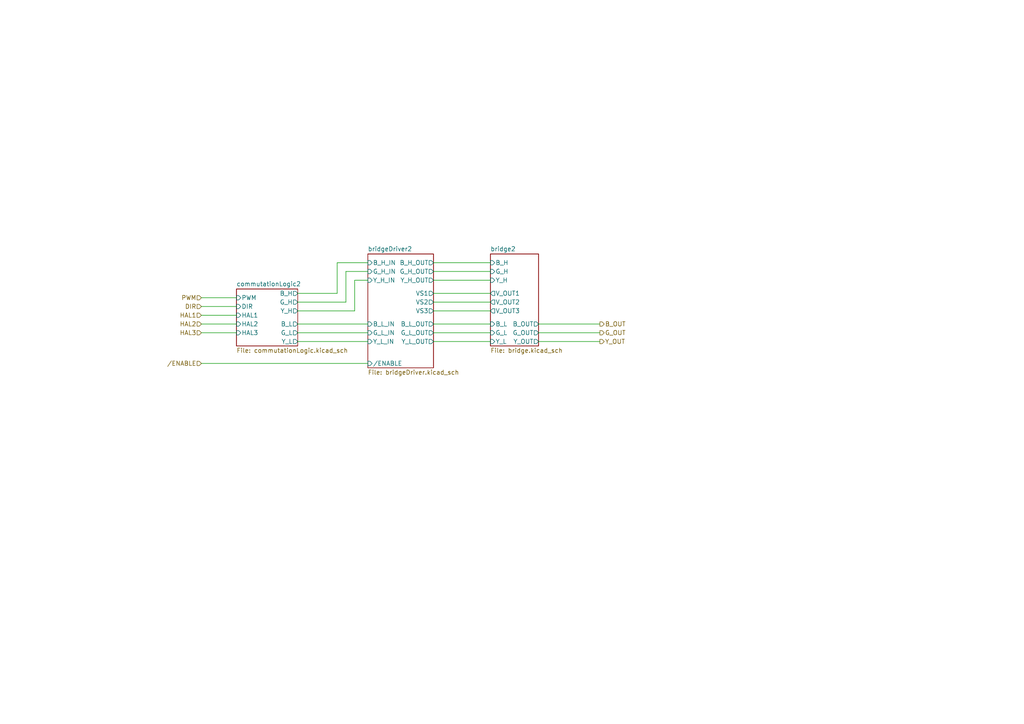
<source format=kicad_sch>
(kicad_sch (version 20230121) (generator eeschema)

  (uuid 399ccabe-3e88-457d-a494-229a3dc30c59)

  (paper "A4")

  (lib_symbols
  )


  (wire (pts (xy 125.73 99.06) (xy 142.24 99.06))
    (stroke (width 0) (type default))
    (uuid 0591ed0f-8995-47ac-84fb-5d021a099234)
  )
  (wire (pts (xy 156.21 99.06) (xy 173.99 99.06))
    (stroke (width 0) (type default))
    (uuid 11a70177-d250-4240-be61-1ba446b14335)
  )
  (wire (pts (xy 125.73 85.09) (xy 142.24 85.09))
    (stroke (width 0) (type default))
    (uuid 1273bbcf-04c1-4666-9890-d901373ba1ef)
  )
  (wire (pts (xy 86.36 90.17) (xy 102.87 90.17))
    (stroke (width 0) (type default))
    (uuid 1fe6c3ec-a089-44f6-9341-86bbeaff9835)
  )
  (wire (pts (xy 156.21 93.98) (xy 173.99 93.98))
    (stroke (width 0) (type default))
    (uuid 234443d4-072d-4e23-9ee7-6ace9497c66f)
  )
  (wire (pts (xy 125.73 76.2) (xy 142.24 76.2))
    (stroke (width 0) (type default))
    (uuid 25583334-90a5-4585-a33a-b94d97fac0ef)
  )
  (wire (pts (xy 125.73 81.28) (xy 142.24 81.28))
    (stroke (width 0) (type default))
    (uuid 2beefa5c-f42f-44a3-bf53-b700d8305092)
  )
  (wire (pts (xy 97.79 76.2) (xy 106.68 76.2))
    (stroke (width 0) (type default))
    (uuid 2d08b213-399d-4087-b4be-626eb70ca7fe)
  )
  (wire (pts (xy 86.36 85.09) (xy 97.79 85.09))
    (stroke (width 0) (type default))
    (uuid 2e13374f-7b5a-40f6-99a2-01fa86718094)
  )
  (wire (pts (xy 58.42 105.41) (xy 106.68 105.41))
    (stroke (width 0) (type default))
    (uuid 34f1895f-335e-4153-a8a6-ec1631722592)
  )
  (wire (pts (xy 58.42 96.52) (xy 68.58 96.52))
    (stroke (width 0) (type default))
    (uuid 47696cd4-55a8-4cfb-8d5b-4e83dbd90e49)
  )
  (wire (pts (xy 86.36 87.63) (xy 100.33 87.63))
    (stroke (width 0) (type default))
    (uuid 5877829a-bbcb-41ae-b590-aa7873f89918)
  )
  (wire (pts (xy 86.36 99.06) (xy 106.68 99.06))
    (stroke (width 0) (type default))
    (uuid 6fb12a7a-0438-4177-b1c9-9581e3ca3180)
  )
  (wire (pts (xy 125.73 90.17) (xy 142.24 90.17))
    (stroke (width 0) (type default))
    (uuid 72ad8739-861f-46be-8552-992dbbbb9d84)
  )
  (wire (pts (xy 102.87 81.28) (xy 106.68 81.28))
    (stroke (width 0) (type default))
    (uuid 747018a5-afe5-4881-9c6f-b524ba078a6d)
  )
  (wire (pts (xy 156.21 96.52) (xy 173.99 96.52))
    (stroke (width 0) (type default))
    (uuid 934fd514-1996-43d4-9930-99b879cd3bbc)
  )
  (wire (pts (xy 86.36 93.98) (xy 106.68 93.98))
    (stroke (width 0) (type default))
    (uuid 99ac7320-5b88-4134-9ab5-fbde5bfaeb76)
  )
  (wire (pts (xy 58.42 88.9) (xy 68.58 88.9))
    (stroke (width 0) (type default))
    (uuid a7442acf-5f6b-4344-a5ca-3dea6c24c6b4)
  )
  (wire (pts (xy 125.73 87.63) (xy 142.24 87.63))
    (stroke (width 0) (type default))
    (uuid ae734d01-1f84-42cb-bfa4-3347cb424339)
  )
  (wire (pts (xy 125.73 96.52) (xy 142.24 96.52))
    (stroke (width 0) (type default))
    (uuid af084a55-df42-48cf-8d39-a3ee77032458)
  )
  (wire (pts (xy 100.33 78.74) (xy 106.68 78.74))
    (stroke (width 0) (type default))
    (uuid b20e606b-fa1e-428a-93d8-e84241a25db5)
  )
  (wire (pts (xy 102.87 90.17) (xy 102.87 81.28))
    (stroke (width 0) (type default))
    (uuid b3952370-17e5-4ad9-a9c1-f88f5815cb43)
  )
  (wire (pts (xy 58.42 93.98) (xy 68.58 93.98))
    (stroke (width 0) (type default))
    (uuid b62ed28b-e092-4b11-bf01-0d5b9d7b9e1a)
  )
  (wire (pts (xy 125.73 93.98) (xy 142.24 93.98))
    (stroke (width 0) (type default))
    (uuid c08594b9-1720-4599-87a3-7229ddd32a5d)
  )
  (wire (pts (xy 97.79 85.09) (xy 97.79 76.2))
    (stroke (width 0) (type default))
    (uuid c35b1e32-04fc-4324-91df-07445ff32c3c)
  )
  (wire (pts (xy 100.33 87.63) (xy 100.33 78.74))
    (stroke (width 0) (type default))
    (uuid cc341c09-57bf-4571-8e32-8d6e1caea1f3)
  )
  (wire (pts (xy 86.36 96.52) (xy 106.68 96.52))
    (stroke (width 0) (type default))
    (uuid e78950ef-f0b8-4225-b60e-6cfac6fa2cbc)
  )
  (wire (pts (xy 58.42 86.36) (xy 68.58 86.36))
    (stroke (width 0) (type default))
    (uuid eded517b-4f6f-4fac-88f9-a2dbfebefa66)
  )
  (wire (pts (xy 58.42 91.44) (xy 68.58 91.44))
    (stroke (width 0) (type default))
    (uuid f416a92a-1a73-4142-b489-1e381a9069d9)
  )
  (wire (pts (xy 125.73 78.74) (xy 142.24 78.74))
    (stroke (width 0) (type default))
    (uuid fc45d390-4e92-4c1e-8306-2a3f28b63293)
  )

  (hierarchical_label "G_OUT" (shape output) (at 173.99 96.52 0) (fields_autoplaced)
    (effects (font (size 1.27 1.27)) (justify left))
    (uuid 2b195523-ff1d-40ff-8508-8ff317f7c2ce)
  )
  (hierarchical_label "PWM" (shape input) (at 58.42 86.36 180) (fields_autoplaced)
    (effects (font (size 1.27 1.27)) (justify right))
    (uuid 59adae3b-0449-4718-9761-6565cd759d87)
  )
  (hierarchical_label "{slash}ENABLE" (shape input) (at 58.42 105.41 180) (fields_autoplaced)
    (effects (font (size 1.27 1.27)) (justify right))
    (uuid 734e01d2-cade-48f8-bd68-a73da1a7eb33)
  )
  (hierarchical_label "B_OUT" (shape output) (at 173.99 93.98 0) (fields_autoplaced)
    (effects (font (size 1.27 1.27)) (justify left))
    (uuid aeed7ce7-6d3c-4b07-8d81-4cb984c519d4)
  )
  (hierarchical_label "DIR" (shape input) (at 58.42 88.9 180) (fields_autoplaced)
    (effects (font (size 1.27 1.27)) (justify right))
    (uuid b82b3623-b10c-4a40-b042-e42d0a059231)
  )
  (hierarchical_label "HAL3" (shape input) (at 58.42 96.52 180) (fields_autoplaced)
    (effects (font (size 1.27 1.27)) (justify right))
    (uuid ccceff24-3b45-46cf-a825-779782854a9f)
  )
  (hierarchical_label "HAL2" (shape input) (at 58.42 93.98 180) (fields_autoplaced)
    (effects (font (size 1.27 1.27)) (justify right))
    (uuid d7d90287-57bb-47d2-8fd7-4777c14d5244)
  )
  (hierarchical_label "Y_OUT" (shape output) (at 173.99 99.06 0) (fields_autoplaced)
    (effects (font (size 1.27 1.27)) (justify left))
    (uuid e1fd7dbd-f770-46be-8fea-ae6d6ab05e66)
  )
  (hierarchical_label "HAL1" (shape input) (at 58.42 91.44 180) (fields_autoplaced)
    (effects (font (size 1.27 1.27)) (justify right))
    (uuid f4223f94-19f6-42f5-a1c4-ec8ebc55c96f)
  )

  (sheet (at 68.58 83.82) (size 17.78 16.51) (fields_autoplaced)
    (stroke (width 0.1524) (type solid))
    (fill (color 0 0 0 0.0000))
    (uuid 0d2bed70-5049-4de0-a573-b94a3db580ed)
    (property "Sheetname" "commutationLogic2" (at 68.58 83.1084 0)
      (effects (font (size 1.27 1.27)) (justify left bottom))
    )
    (property "Sheetfile" "commutationLogic.kicad_sch" (at 68.58 100.9146 0)
      (effects (font (size 1.27 1.27)) (justify left top))
    )
    (pin "HAL2" input (at 68.58 93.98 180)
      (effects (font (size 1.27 1.27)) (justify left))
      (uuid 2e8be5af-a0d1-4af5-a727-a7aefc394713)
    )
    (pin "HAL1" input (at 68.58 91.44 180)
      (effects (font (size 1.27 1.27)) (justify left))
      (uuid 163fc072-f370-4228-8946-2b3d6da7d588)
    )
    (pin "B_H" output (at 86.36 85.09 0)
      (effects (font (size 1.27 1.27)) (justify right))
      (uuid 23daa025-f1b4-4898-b458-65775382d9a0)
    )
    (pin "G_H" output (at 86.36 87.63 0)
      (effects (font (size 1.27 1.27)) (justify right))
      (uuid 465fd36c-82fc-4733-a156-b6cf1a95baff)
    )
    (pin "Y_H" output (at 86.36 90.17 0)
      (effects (font (size 1.27 1.27)) (justify right))
      (uuid 1d3cc097-8e22-4ac3-85f4-ed79aca638af)
    )
    (pin "B_L" output (at 86.36 93.98 0)
      (effects (font (size 1.27 1.27)) (justify right))
      (uuid a1b1c35e-61d3-41fa-9aab-21bf11c38580)
    )
    (pin "G_L" output (at 86.36 96.52 0)
      (effects (font (size 1.27 1.27)) (justify right))
      (uuid d3bf0ef0-71f4-4fab-bfff-01ae7d932603)
    )
    (pin "Y_L" output (at 86.36 99.06 0)
      (effects (font (size 1.27 1.27)) (justify right))
      (uuid f4314a64-8daf-4675-88d3-1ef1507e47c3)
    )
    (pin "PWM" input (at 68.58 86.36 180)
      (effects (font (size 1.27 1.27)) (justify left))
      (uuid 7d86377b-d76f-40f6-b74d-401961577c46)
    )
    (pin "DIR" input (at 68.58 88.9 180)
      (effects (font (size 1.27 1.27)) (justify left))
      (uuid ecd8c3d3-07e6-475b-ba02-44b1fb5022ab)
    )
    (pin "HAL3" input (at 68.58 96.52 180)
      (effects (font (size 1.27 1.27)) (justify left))
      (uuid 451ef686-ca09-4c30-8753-0396c00b6461)
    )
    (instances
      (project "main"
        (path "/9139d8e7-a5dc-421f-9a12-f77d83384a16" (page "7"))
        (path "/9139d8e7-a5dc-421f-9a12-f77d83384a16/bd668ffa-15ac-402b-b975-3545159b9a29" (page "12"))
        (path "/9139d8e7-a5dc-421f-9a12-f77d83384a16/2db218d0-8b01-4da6-8935-13d565fba4cd" (page "8"))
      )
    )
  )

  (sheet (at 142.24 73.66) (size 13.97 26.67) (fields_autoplaced)
    (stroke (width 0.1524) (type solid))
    (fill (color 0 0 0 0.0000))
    (uuid 4903fc77-158c-4e4e-9ffc-8865d087d3f3)
    (property "Sheetname" "bridge2" (at 142.24 72.9484 0)
      (effects (font (size 1.27 1.27)) (justify left bottom))
    )
    (property "Sheetfile" "bridge.kicad_sch" (at 142.24 100.9146 0)
      (effects (font (size 1.27 1.27)) (justify left top))
    )
    (pin "G_H" input (at 142.24 78.74 180)
      (effects (font (size 1.27 1.27)) (justify left))
      (uuid 52e44cc0-c6a3-46bd-b7cf-0fefaa9263c9)
    )
    (pin "Y_L" input (at 142.24 99.06 180)
      (effects (font (size 1.27 1.27)) (justify left))
      (uuid 2619ab91-bb72-4d37-8ff8-7893c7761bd4)
    )
    (pin "Y_OUT" output (at 156.21 99.06 0)
      (effects (font (size 1.27 1.27)) (justify right))
      (uuid 980ef0ee-4a62-41c9-8196-5f0ff844e90e)
    )
    (pin "Y_H" input (at 142.24 81.28 180)
      (effects (font (size 1.27 1.27)) (justify left))
      (uuid ca920f53-8ce8-4c0e-9b91-81403187ab4f)
    )
    (pin "G_OUT" output (at 156.21 96.52 0)
      (effects (font (size 1.27 1.27)) (justify right))
      (uuid 7532a322-782e-477d-bb25-60f7b9fbf2e5)
    )
    (pin "G_L" input (at 142.24 96.52 180)
      (effects (font (size 1.27 1.27)) (justify left))
      (uuid 7015290d-feb1-4792-8a6d-9ef46f296667)
    )
    (pin "B_L" input (at 142.24 93.98 180)
      (effects (font (size 1.27 1.27)) (justify left))
      (uuid 1377bb60-0552-4cbc-92f8-56c41b0b32cf)
    )
    (pin "B_OUT" output (at 156.21 93.98 0)
      (effects (font (size 1.27 1.27)) (justify right))
      (uuid b03fa74d-c895-4139-af34-cb737690f682)
    )
    (pin "B_H" input (at 142.24 76.2 180)
      (effects (font (size 1.27 1.27)) (justify left))
      (uuid 96b50e0f-d68b-49c4-91a4-4c88a0939444)
    )
    (pin "V_OUT2" output (at 142.24 87.63 180)
      (effects (font (size 1.27 1.27)) (justify left))
      (uuid 6bfcfdf7-f6db-45c7-be88-cecfa1603fb2)
    )
    (pin "V_OUT1" output (at 142.24 85.09 180)
      (effects (font (size 1.27 1.27)) (justify left))
      (uuid 90cc041a-b988-4e8c-ae3c-df8ba72123d6)
    )
    (pin "V_OUT3" output (at 142.24 90.17 180)
      (effects (font (size 1.27 1.27)) (justify left))
      (uuid e347a52d-6b1c-47ec-be3e-6b0e0f55b4c4)
    )
    (instances
      (project "main"
        (path "/9139d8e7-a5dc-421f-9a12-f77d83384a16" (page "4"))
        (path "/9139d8e7-a5dc-421f-9a12-f77d83384a16/bd668ffa-15ac-402b-b975-3545159b9a29" (page "14"))
        (path "/9139d8e7-a5dc-421f-9a12-f77d83384a16/2db218d0-8b01-4da6-8935-13d565fba4cd" (page "5"))
      )
    )
  )

  (sheet (at 106.68 73.66) (size 19.05 33.02) (fields_autoplaced)
    (stroke (width 0.1524) (type solid))
    (fill (color 0 0 0 0.0000))
    (uuid a16a43cc-091f-454c-bc41-f84655bef65e)
    (property "Sheetname" "bridgeDriver2" (at 106.68 72.9484 0)
      (effects (font (size 1.27 1.27)) (justify left bottom))
    )
    (property "Sheetfile" "bridgeDriver.kicad_sch" (at 106.68 107.2646 0)
      (effects (font (size 1.27 1.27)) (justify left top))
    )
    (pin "VS3" output (at 125.73 90.17 0)
      (effects (font (size 1.27 1.27)) (justify right))
      (uuid 01010142-cc22-4af7-9211-9da4cc8a3db0)
    )
    (pin "VS1" output (at 125.73 85.09 0)
      (effects (font (size 1.27 1.27)) (justify right))
      (uuid 14fe07f2-8a7e-4d3c-9aee-4b7a775b16aa)
    )
    (pin "VS2" output (at 125.73 87.63 0)
      (effects (font (size 1.27 1.27)) (justify right))
      (uuid 266c801e-84ed-4c59-9419-0cea6ce894de)
    )
    (pin "Y_L_IN" input (at 106.68 99.06 180)
      (effects (font (size 1.27 1.27)) (justify left))
      (uuid b87a46a8-4d11-4346-b774-a3f6ad2dec8f)
    )
    (pin "G_H_IN" input (at 106.68 78.74 180)
      (effects (font (size 1.27 1.27)) (justify left))
      (uuid 6f1fef91-2960-45f1-9e1f-8831cf59e1a8)
    )
    (pin "Y_H_IN" input (at 106.68 81.28 180)
      (effects (font (size 1.27 1.27)) (justify left))
      (uuid 7fb35777-f103-4cc5-aef3-365d1574b51e)
    )
    (pin "B_H_IN" input (at 106.68 76.2 180)
      (effects (font (size 1.27 1.27)) (justify left))
      (uuid 26c5c6cf-ef3c-4d95-91a6-4cc87d7edfac)
    )
    (pin "B_L_IN" input (at 106.68 93.98 180)
      (effects (font (size 1.27 1.27)) (justify left))
      (uuid 3776f7a0-b91d-446a-b996-a0110ddc8566)
    )
    (pin "G_L_IN" input (at 106.68 96.52 180)
      (effects (font (size 1.27 1.27)) (justify left))
      (uuid f36471ea-089c-484c-8d3d-ccc964f5d677)
    )
    (pin "G_L_OUT" output (at 125.73 96.52 0)
      (effects (font (size 1.27 1.27)) (justify right))
      (uuid 1d2a9b88-b768-4dcb-9c55-21a6312c6457)
    )
    (pin "Y_L_OUT" output (at 125.73 99.06 0)
      (effects (font (size 1.27 1.27)) (justify right))
      (uuid 58bd8508-57ea-43aa-bb0e-31d7e494760d)
    )
    (pin "B_L_OUT" output (at 125.73 93.98 0)
      (effects (font (size 1.27 1.27)) (justify right))
      (uuid 407c4e8a-3aee-4915-a76b-1d2d08ea479e)
    )
    (pin "Y_H_OUT" output (at 125.73 81.28 0)
      (effects (font (size 1.27 1.27)) (justify right))
      (uuid 90fb3321-5225-4fea-9133-af22882d447b)
    )
    (pin "G_H_OUT" output (at 125.73 78.74 0)
      (effects (font (size 1.27 1.27)) (justify right))
      (uuid e0cc1971-ba0b-458d-8f3a-f6b2a4d5de74)
    )
    (pin "B_H_OUT" output (at 125.73 76.2 0)
      (effects (font (size 1.27 1.27)) (justify right))
      (uuid f39fd862-cbf8-4e93-a236-c5d870a918b6)
    )
    (pin "{slash}ENABLE" input (at 106.68 105.41 180)
      (effects (font (size 1.27 1.27)) (justify left))
      (uuid 0db8e2bd-81ba-4b97-b6e9-88d95b6cb3dd)
    )
    (instances
      (project "main"
        (path "/9139d8e7-a5dc-421f-9a12-f77d83384a16" (page "5"))
        (path "/9139d8e7-a5dc-421f-9a12-f77d83384a16/bd668ffa-15ac-402b-b975-3545159b9a29" (page "13"))
        (path "/9139d8e7-a5dc-421f-9a12-f77d83384a16/2db218d0-8b01-4da6-8935-13d565fba4cd" (page "7"))
      )
    )
  )
)

</source>
